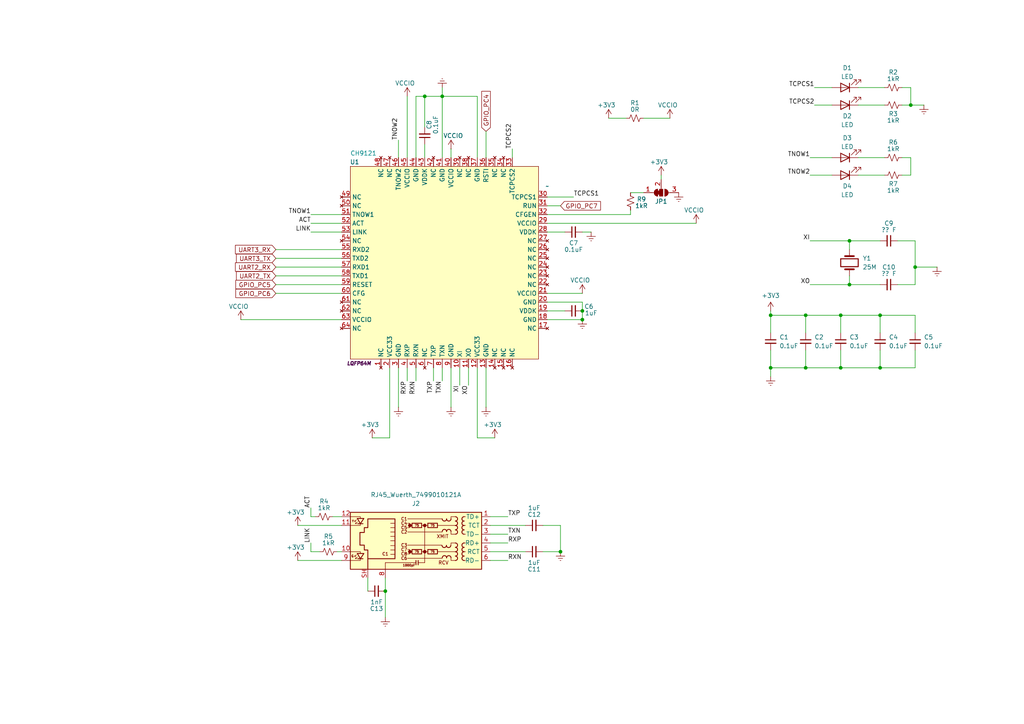
<source format=kicad_sch>
(kicad_sch (version 20231120) (generator "eeschema") (generator_version "8.0")
  (paper "A4")
  (lib_symbols
    (symbol "Connector:RJ45_Wuerth_7499010121A"
      (property "Reference" "J" (at 17.78 10.16 0))
      (property "Value" "RJ45_Wuerth_7499010121A" (at -6.35 10.16 0))
      (symbol "RJ45_Wuerth_7499010121A_0_0"
        (circle (center -1.27 -2.54) (radius 0.0001) (stroke (width 0.508)))
        (circle (center -1.27 5.08) (radius 0.0001) (stroke (width 0.508)))
        (polyline (pts (xy -1.27 5.08) (xy -1.27 -5.715)))
        (polyline (pts (xy 0.635 -5.08) (xy 0.635 -6.35)) (stroke (width 0.254)))
        (polyline (pts (xy 1.27 -5.08) (xy 1.27 -6.35)) (stroke (width 0.254)))
        (polyline (pts (xy 3.048 -2.54) (xy 2.54 -2.54)))
        (polyline (pts (xy 3.048 5.08) (xy 2.54 5.08)))
        (polyline (pts (xy 17.399 -3.048) (xy 17.399 -2.54) (xy 20.32 -2.54)))
        (polyline (pts (xy 17.399 7.112) (xy 17.399 7.62) (xy 20.32 7.62)))
        (polyline (pts (xy 20.32 -5.08) (xy 17.399 -5.08) (xy 17.399 -4.572)))
        (polyline (pts (xy 20.32 5.08) (xy 17.399 5.08) (xy 17.399 5.588)))
        (polyline (pts (xy 3.683 -1.905) (xy 3.048 -1.905) (xy 3.048 -3.175) (xy 3.683 -3.175)))
        (polyline (pts (xy 3.683 5.715) (xy 3.048 5.715) (xy 3.048 4.445) (xy 3.683 4.445)))
        (circle (center 3.048 -2.54) (radius 0.0001) (stroke (width 0.508)))
        (circle (center 3.048 5.08) (radius 0.0001) (stroke (width 0.508)))
        (text "C1" (at 4.699 6.985 0) (effects (font (size 0.889 0.889))))
        (text "C1" (at 10.16 -3.175 0) (effects (font (size 0.889 0.889))))
        (text "C2" (at 4.699 3.175 0) (effects (font (size 0.889 0.889))))
        (text "C3" (at 4.699 -0.635 0) (effects (font (size 0.889 0.889))))
        (text "C4" (at 4.699 5.715 0) (effects (font (size 0.889 0.889))))
        (text "C5" (at 4.699 4.445 0) (effects (font (size 0.889 0.889))))
        (text "C6" (at 4.699 -4.445 0) (effects (font (size 0.889 0.889))))
        (text "C7" (at 4.699 -1.905 0) (effects (font (size 0.889 0.889))))
        (text "C8" (at 4.699 -3.175 0) (effects (font (size 0.889 0.889))))
        (text "RCV" (at -8.255 -5.715 0) (effects (font (size 1.016 1.016)) (justify left)))
        (text "XMIT" (at -8.255 1.905 0) (effects (font (size 1.016 1.016)) (justify left)))
      )
      (symbol "RJ45_Wuerth_7499010121A_0_1"
        (rectangle (start -17.78 8.89) (end 20.32 -7.62) (stroke (width 0.254)) (fill (type background)))
        (polyline (pts (xy -12.7 -5.08) (xy -13.081 -5.08)))
        (polyline (pts (xy -12.7 -2.54) (xy -13.081 -2.54)))
        (polyline (pts (xy -12.7 0) (xy -13.081 0)))
        (polyline (pts (xy -12.7 2.54) (xy -13.081 2.54)))
        (polyline (pts (xy -12.7 5.08) (xy -13.081 5.08)))
        (polyline (pts (xy -12.7 7.62) (xy -13.081 7.62)))
        (polyline (pts (xy -6.35 -4.445) (xy 3.683 -4.445)))
        (polyline (pts (xy -6.35 3.175) (xy 3.683 3.175)))
        (polyline (pts (xy -6.35 6.985) (xy 3.683 6.985)))
        (polyline (pts (xy -6.223 -0.635) (xy 3.683 -0.635)))
        (polyline (pts (xy -5.08 -2.54) (xy -10.16 -2.54)))
        (polyline (pts (xy -4.953 5.08) (xy -10.16 5.08)))
        (polyline (pts (xy -2.159 -2.54) (xy -0.381 -2.54)))
        (polyline (pts (xy -2.159 5.08) (xy -0.381 5.08)))
        (polyline (pts (xy 0.635 -5.715) (xy -1.27 -5.715)))
        (polyline (pts (xy 7.366 -2.032) (xy 8.636 -2.032)))
        (polyline (pts (xy 7.366 -0.762) (xy 8.636 -0.762)))
        (polyline (pts (xy 7.366 0.635) (xy 8.636 0.635)))
        (polyline (pts (xy 7.366 1.905) (xy 8.636 1.905)))
        (polyline (pts (xy 7.366 3.175) (xy 8.636 3.175)))
        (polyline (pts (xy 8.636 -3.302) (xy 7.366 -3.302)))
        (polyline (pts (xy 8.636 4.445) (xy 7.366 4.445)))
        (polyline (pts (xy 8.636 5.715) (xy 7.366 5.715)))
        (polyline (pts (xy 10.16 -5.715) (xy 1.27 -5.715)))
        (polyline (pts (xy 10.16 -5.715) (xy 10.16 -7.62)))
        (polyline (pts (xy -10.16 0) (xy -8.89 0) (xy -8.89 -0.635)))
        (polyline (pts (xy -10.16 7.62) (xy -8.89 7.62) (xy -8.89 6.985)))
        (polyline (pts (xy -8.89 -4.445) (xy -8.89 -5.08) (xy -10.16 -5.08)))
        (polyline (pts (xy -8.89 3.175) (xy -8.89 2.54) (xy -10.16 2.54)))
      )
      (symbol "RJ45_Wuerth_7499010121A_1_0"
        (text "1000pF" (at 3.302 -6.477 0) (effects (font (size 0.635 0.635))))
      )
      (symbol "RJ45_Wuerth_7499010121A_1_1"
        (arc (start -12.7 -1.27) (mid -12.0677 -0.635) (end -12.7 0) (stroke (width 0.254)))
        (arc (start -12.6973 -5.08) (mid -12.065 -4.445) (end -12.6973 -3.81) (stroke (width 0.254)))
        (arc (start -12.6973 -3.81) (mid -12.065 -3.175) (end -12.6973 -2.54) (stroke (width 0.254)))
        (arc (start -12.6973 -2.54) (mid -12.065 -1.905) (end -12.6973 -1.27) (stroke (width 0.254)))
        (arc (start -12.6973 6.35) (mid -12.065 6.985) (end -12.6973 7.62) (stroke (width 0.254)))
        (arc (start -12.6946 2.54) (mid -12.0623 3.175) (end -12.6946 3.81) (stroke (width 0.254)))
        (arc (start -12.6946 3.81) (mid -12.0623 4.445) (end -12.6946 5.08) (stroke (width 0.254)))
        (arc (start -12.6946 5.08) (mid -12.0623 5.715) (end -12.6946 6.35) (stroke (width 0.254)))
        (arc (start -10.1654 -2.54) (mid -10.7977 -3.175) (end -10.1654 -3.81) (stroke (width 0.254)))
        (arc (start -10.1654 -1.27) (mid -10.7977 -1.905) (end -10.1654 -2.54) (stroke (width 0.254)))
        (arc (start -10.1654 0) (mid -10.7977 -0.635) (end -10.1654 -1.27) (stroke (width 0.254)))
        (arc (start -10.1654 5.08) (mid -10.7977 4.445) (end -10.1654 3.81) (stroke (width 0.254)))
        (arc (start -10.1654 6.35) (mid -10.7977 5.715) (end -10.1654 5.08) (stroke (width 0.254)))
        (arc (start -10.1654 7.62) (mid -10.7977 6.985) (end -10.1654 6.35) (stroke (width 0.254)))
        (arc (start -10.1627 -3.81) (mid -10.795 -4.445) (end -10.1627 -5.08) (stroke (width 0.254)))
        (arc (start -10.1627 3.81) (mid -10.795 3.175) (end -10.1627 2.54) (stroke (width 0.254)))
        (arc (start -8.89 6.9823) (mid -8.255 6.35) (end -7.62 6.9823) (stroke (width 0.254)))
        (arc (start -8.8265 -0.7012) (mid -8.1915 -1.3335) (end -7.5565 -0.7012) (stroke (width 0.254)))
        (arc (start -7.62 -4.3153) (mid -8.255 -3.683) (end -8.89 -4.3153) (stroke (width 0.254)))
        (arc (start -7.62 3.3047) (mid -8.255 3.937) (end -8.89 3.3047) (stroke (width 0.254)))
        (arc (start -7.62 6.985) (mid -6.985 6.3527) (end -6.35 6.985) (stroke (width 0.254)))
        (arc (start -7.5565 -0.6985) (mid -6.9215 -1.3308) (end -6.2865 -0.6985) (stroke (width 0.254)))
        (arc (start -6.35 -4.3126) (mid -6.985 -3.6803) (end -7.62 -4.3126) (stroke (width 0.254)))
        (arc (start -6.35 3.3074) (mid -6.985 3.9397) (end -7.62 3.3074) (stroke (width 0.254)))
        (rectangle (start -4.953 -1.905) (end -2.159 -3.175) (stroke (width 0.254)))
        (rectangle (start -4.953 5.715) (end -2.159 4.445) (stroke (width 0.254)))
        (rectangle (start -0.381 -1.905) (end 2.413 -3.175) (stroke (width 0.254)))
        (rectangle (start -0.381 5.715) (end 2.413 4.445) (stroke (width 0.254)))
        (polyline (pts (xy 15.24 -7.62) (xy 15.24 -4.572)) (stroke (width 0.254)))
        (polyline (pts (xy 18.161 -4.572) (xy 16.637 -4.572)) (stroke (width 0.254)))
        (polyline (pts (xy 18.161 5.588) (xy 16.637 5.588)) (stroke (width 0.254)))
        (polyline (pts (xy 18.796 -4.572) (xy 18.796 -4.318)))
        (polyline (pts (xy 18.796 5.588) (xy 18.796 5.842)))
        (polyline (pts (xy 19.05 -3.937) (xy 19.05 -3.683)))
        (polyline (pts (xy 19.05 6.223) (xy 19.05 6.477)))
        (polyline (pts (xy 18.288 -4.064) (xy 18.796 -4.572) (xy 18.542 -4.572)))
        (polyline (pts (xy 18.288 6.096) (xy 18.796 5.588) (xy 18.542 5.588)))
        (polyline (pts (xy 18.542 -3.429) (xy 19.05 -3.937) (xy 18.796 -3.937)))
        (polyline (pts (xy 18.542 6.731) (xy 19.05 6.223) (xy 18.796 6.223)))
        (polyline (pts (xy 18.288 -3.048) (xy 16.383 -3.048) (xy 17.399 -4.572) (xy 18.288 -3.048)) (stroke (width 0.254)))
        (polyline (pts (xy 18.288 7.112) (xy 16.383 7.112) (xy 17.399 5.588) (xy 18.288 7.112)) (stroke (width 0.254)))
        (polyline (pts (xy 7.366 -4.572) (xy 7.366 6.985) (xy 15.24 6.985) (xy 15.24 4.445) (xy 16.256 4.445) (xy 16.256 3.048) (xy 17.526 3.048) (xy 17.526 -0.635) (xy 16.256 -0.635) (xy 16.256 -2.032) (xy 15.24 -2.032) (xy 15.24 -4.572) (xy 7.366 -4.572)) (stroke (width 0.254)))
        (text "75" (at -3.556 -2.54 0) (effects (font (size 0.635 0.635))))
        (text "75" (at -3.556 5.08 0) (effects (font (size 0.635 0.635))))
        (text "75" (at 1.016 -2.54 0) (effects (font (size 0.635 0.635))))
        (text "75" (at 1.016 5.08 0) (effects (font (size 0.635 0.635))))
        (text "G" (at 19.685 -3.81 0) (effects (font (size 0.635 0.635))))
        (text "Y" (at 19.558 6.35 0) (effects (font (size 0.635 0.635))))
        (pin passive line (at -20.32 7.62 0) (length 2.54) (name "TD+") (number "1"))
        (pin passive line (at 22.86 -2.54 180) (length 2.54) (name "") (number "10"))
        (pin passive line (at 22.86 5.08 180) (length 2.54) (name "") (number "11"))
        (pin passive line (at 22.86 7.62 180) (length 2.54) (name "") (number "12"))
        (pin passive line (at -20.32 5.08 0) (length 2.54) (name "TCT") (number "2"))
        (pin passive line (at -20.32 2.54 0) (length 2.54) (name "TD-") (number "3"))
        (pin passive line (at -20.32 0 0) (length 2.54) (name "RD+") (number "4"))
        (pin passive line (at -20.32 -2.54 0) (length 2.54) (name "RCT") (number "5"))
        (pin passive line (at -20.32 -5.08 0) (length 2.54) (name "RD-") (number "6"))
        (pin no_connect line (at 20.32 0 0) (length 0) hide (name "NC") (number "7"))
        (pin power_in line (at 10.16 -10.16 90) (length 2.54) (name "") (number "8"))
        (pin passive line (at 22.86 -5.08 180) (length 2.54) (name "") (number "9"))
        (pin passive line (at 15.24 -10.16 90) (length 2.54) (name "") (number "SH"))
      )
    )
    (symbol "Device:C_Small" (pin_numbers hide) (pin_names (offset 0.254) hide)
      (property "Reference" "C" (at 0.254 1.778 0))
      (property "Value" "C_Small" (at 0.254 -2.032 0))
      (symbol "C_Small_0_1"
        (polyline (pts (xy -1.524 -0.508) (xy 1.524 -0.508)) (stroke (width 0.3302)))
        (polyline (pts (xy -1.524 0.508) (xy 1.524 0.508)) (stroke (width 0.3048)))
      )
      (symbol "C_Small_1_1"
        (pin passive line (at 0 2.54 270) (length 2.032) (name "~") (number "1"))
        (pin passive line (at 0 -2.54 90) (length 2.032) (name "~") (number "2"))
      )
    )
    (symbol "Device:Crystal" (pin_numbers hide) (pin_names (offset 1.016) hide)
      (property "Reference" "Y" (at 0 3.81 0))
      (property "Value" "Crystal" (at 0 -3.81 0))
      (symbol "Crystal_0_1"
        (rectangle (start -1.143 2.54) (end 1.143 -2.54) (stroke (width 0.3048)))
        (polyline (pts (xy -2.54 0) (xy -1.905 0)))
        (polyline (pts (xy -1.905 -1.27) (xy -1.905 1.27)) (stroke (width 0.508)))
        (polyline (pts (xy 1.905 -1.27) (xy 1.905 1.27)) (stroke (width 0.508)))
        (polyline (pts (xy 2.54 0) (xy 1.905 0)))
      )
      (symbol "Crystal_1_1"
        (pin passive line (at -3.81 0 0) (length 1.27) (name "1") (number "1"))
        (pin passive line (at 3.81 0 180) (length 1.27) (name "2") (number "2"))
      )
    )
    (symbol "Device:LED" (pin_numbers hide) (pin_names (offset 1.016) hide)
      (property "Reference" "D" (at 0 2.54 0))
      (property "Value" "LED" (at 0 -2.54 0))
      (symbol "LED_0_1"
        (polyline (pts (xy -1.27 -1.27) (xy -1.27 1.27)) (stroke (width 0.254)))
        (polyline (pts (xy -1.27 0) (xy 1.27 0)))
        (polyline (pts (xy 1.27 -1.27) (xy 1.27 1.27) (xy -1.27 0) (xy 1.27 -1.27)) (stroke (width 0.254)))
        (polyline (pts (xy -3.048 -0.762) (xy -4.572 -2.286) (xy -3.81 -2.286) (xy -4.572 -2.286) (xy -4.572 -1.524)))
        (polyline (pts (xy -1.778 -0.762) (xy -3.302 -2.286) (xy -2.54 -2.286) (xy -3.302 -2.286) (xy -3.302 -1.524)))
      )
      (symbol "LED_1_1"
        (pin passive line (at -3.81 0 0) (length 2.54) (name "K") (number "1"))
        (pin passive line (at 3.81 0 180) (length 2.54) (name "A") (number "2"))
      )
    )
    (symbol "Device:R_Small_US" (pin_numbers hide) (pin_names (offset 0.254) hide)
      (property "Reference" "R" (at 0.762 0.508 0))
      (property "Value" "R_Small_US" (at 0.762 -1.016 0))
      (symbol "R_Small_US_1_1"
        (polyline (pts (xy 0 0) (xy 1.016 -0.381) (xy 0 -0.762) (xy -1.016 -1.143) (xy 0 -1.524)))
        (polyline (pts (xy 0 1.524) (xy 1.016 1.143) (xy 0 0.762) (xy -1.016 0.381) (xy 0 0)))
        (pin passive line (at 0 2.54 270) (length 1.016) (name "~") (number "1"))
        (pin passive line (at 0 -2.54 90) (length 1.016) (name "~") (number "2"))
      )
    )
    (symbol "Jumper:SolderJumper_3_Bridged12" (pin_names (offset 0) hide) (exclude_from_sim yes) (in_bom no)
      (property "Reference" "JP" (at -2.54 -2.54 0))
      (property "Value" "SolderJumper_3_Bridged12" (at 0 2.794 0))
      (symbol "SolderJumper_3_Bridged12_0_1"
        (rectangle (start -1.016 0.508) (end -0.508 -0.508) (fill (type outline)))
        (arc (start -1.016 1.016) (mid -2.0276 0) (end -1.016 -1.016))
        (arc (start -1.016 1.016) (mid -2.0276 0) (end -1.016 -1.016) (fill (type outline)))
        (rectangle (start -0.508 1.016) (end 0.508 -1.016) (fill (type outline)))
        (polyline (pts (xy -2.54 0) (xy -2.032 0)))
        (polyline (pts (xy -1.016 1.016) (xy -1.016 -1.016)))
        (polyline (pts (xy 0 -1.27) (xy 0 -1.016)))
        (polyline (pts (xy 1.016 1.016) (xy 1.016 -1.016)))
        (polyline (pts (xy 2.54 0) (xy 2.032 0)))
        (arc (start 1.016 -1.016) (mid 2.0276 0) (end 1.016 1.016))
        (arc (start 1.016 -1.016) (mid 2.0276 0) (end 1.016 1.016) (fill (type outline)))
      )
      (symbol "SolderJumper_3_Bridged12_1_1"
        (pin passive line (at -5.08 0 0) (length 2.54) (name "A") (number "1"))
        (pin passive line (at 0 -3.81 90) (length 2.54) (name "C") (number "2"))
        (pin passive line (at 5.08 0 180) (length 2.54) (name "B") (number "3"))
      )
    )
    (symbol "jshep:CH9121A"
      (property "Reference" "U?" (at 1.27 1.27 0))
      (symbol "CH9121A_1_1"
        (rectangle (start 0 0) (end 54.61 -55.88) (fill (type background)))
        (text "CH9121" (at 0 3.81 0) (effects (font (size 1.27 1.27) (thickness 0.1588)) (justify left)))
        (text "LQFP64M" (at 2.54 -57.15 0) (effects (font (size 1.016 1.016) (thickness 0.254) (bold yes) (italic yes))))
        (pin no_connect line (at 8.89 -58.42 90) (length 2.54) (name "NC") (number "1"))
        (pin input line (at 31.75 -58.42 90) (length 2.54) (name "XI") (number "10"))
        (pin output line (at 34.29 -58.42 90) (length 2.54) (name "XO") (number "11"))
        (pin power_in line (at 36.83 -58.42 90) (length 2.54) (name "VCC33") (number "12"))
        (pin power_in line (at 39.37 -58.42 90) (length 2.54) (name "GND") (number "13"))
        (pin no_connect line (at 41.91 -58.42 90) (length 2.54) (name "NC") (number "14"))
        (pin no_connect line (at 44.45 -58.42 90) (length 2.54) (name "NC") (number "15"))
        (pin no_connect line (at 46.99 -58.42 90) (length 2.54) (name "NC") (number "16"))
        (pin no_connect line (at 57.15 -46.99 180) (length 2.54) (name "NC") (number "17"))
        (pin power_in line (at 57.15 -44.45 180) (length 2.54) (name "GND") (number "18"))
        (pin power_in line (at 57.15 -41.91 180) (length 2.54) (name "VDDK") (number "19"))
        (pin power_in line (at 11.43 -58.42 90) (length 2.54) (name "VCC33") (number "2"))
        (pin power_in line (at 57.15 -39.37 180) (length 2.54) (name "GND") (number "20"))
        (pin power_in line (at 57.15 -36.83 180) (length 2.54) (name "VCCIO") (number "21"))
        (pin no_connect line (at 57.15 -34.29 180) (length 2.54) (name "NC") (number "22"))
        (pin no_connect line (at 57.15 -31.75 180) (length 2.54) (name "NC") (number "23"))
        (pin no_connect line (at 57.15 -29.21 180) (length 2.54) (name "NC") (number "24"))
        (pin no_connect line (at 57.15 -26.67 180) (length 2.54) (name "NC") (number "25"))
        (pin no_connect line (at 57.15 -24.13 180) (length 2.54) (name "NC") (number "26"))
        (pin no_connect line (at 57.15 -21.59 180) (length 2.54) (name "NC") (number "27"))
        (pin power_in line (at 57.15 -19.05 180) (length 2.54) (name "VDDK") (number "28"))
        (pin power_in line (at 57.15 -16.51 180) (length 2.54) (name "VCCIO") (number "29"))
        (pin power_in line (at 13.97 -58.42 90) (length 2.54) (name "GND") (number "3"))
        (pin output line (at 57.15 -8.89 180) (length 2.54) (name "TCPCS1") (number "30"))
        (pin output line (at 57.15 -11.43 180) (length 2.54) (name "RUN") (number "31"))
        (pin input line (at 57.15 -13.97 180) (length 2.54) (name "CFGEN") (number "32"))
        (pin output line (at 46.99 2.54 270) (length 2.54) (name "TCPCS2") (number "33"))
        (pin no_connect line (at 44.45 2.54 270) (length 2.54) (name "NC") (number "34"))
        (pin no_connect line (at 41.91 2.54 270) (length 2.54) (name "NC") (number "35"))
        (pin input line (at 39.37 2.54 270) (length 2.54) (name "RSTI") (number "36"))
        (pin power_in line (at 36.83 2.54 270) (length 2.54) (name "GND") (number "37"))
        (pin no_connect line (at 34.29 2.54 270) (length 2.54) (name "NC") (number "38"))
        (pin no_connect line (at 31.75 2.54 270) (length 2.54) (name "NC") (number "39"))
        (pin bidirectional line (at 16.51 -58.42 90) (length 2.54) (name "RXP") (number "4"))
        (pin power_in line (at 29.21 2.54 270) (length 2.54) (name "VCCIO") (number "40"))
        (pin power_in line (at 26.67 2.54 270) (length 2.54) (name "GND") (number "41"))
        (pin no_connect line (at 24.13 2.54 270) (length 2.54) (name "NC") (number "42"))
        (pin power_in line (at 21.59 2.54 270) (length 2.54) (name "VDDK") (number "43"))
        (pin power_in line (at 19.05 2.54 270) (length 2.54) (name "GND") (number "44"))
        (pin power_in line (at 16.51 2.54 270) (length 2.54) (name "VCCIO") (number "45"))
        (pin output line (at 13.97 2.54 270) (length 2.54) (name "TNOW2") (number "46"))
        (pin no_connect line (at 11.43 2.54 270) (length 2.54) (name "NC") (number "47"))
        (pin no_connect line (at 8.89 2.54 270) (length 2.54) (name "NC") (number "48"))
        (pin no_connect line (at -2.54 -8.89 0) (length 2.54) (name "NC") (number "49"))
        (pin bidirectional line (at 19.05 -58.42 90) (length 2.54) (name "RXN") (number "5"))
        (pin no_connect line (at -2.54 -11.43 0) (length 2.54) (name "NC") (number "50"))
        (pin output line (at -2.54 -13.97 0) (length 2.54) (name "TNOW1") (number "51"))
        (pin output line (at -2.54 -16.51 0) (length 2.54) (name "ACT") (number "52"))
        (pin output line (at -2.54 -19.05 0) (length 2.54) (name "LINK") (number "53"))
        (pin no_connect line (at -2.54 -21.59 0) (length 2.54) (name "NC") (number "54"))
        (pin input line (at -2.54 -24.13 0) (length 2.54) (name "RXD2") (number "55"))
        (pin output line (at -2.54 -26.67 0) (length 2.54) (name "TXD2") (number "56"))
        (pin input line (at -2.54 -29.21 0) (length 2.54) (name "RXD1") (number "57"))
        (pin output line (at -2.54 -31.75 0) (length 2.54) (name "TXD1") (number "58"))
        (pin input line (at -2.54 -34.29 0) (length 2.54) (name "RESET") (number "59"))
        (pin no_connect line (at 21.59 -58.42 90) (length 2.54) (name "NC") (number "6"))
        (pin input line (at -2.54 -36.83 0) (length 2.54) (name "CFG") (number "60"))
        (pin no_connect line (at -2.54 -39.37 0) (length 2.54) (name "NC") (number "61"))
        (pin no_connect line (at -2.54 -41.91 0) (length 2.54) (name "NC") (number "62"))
        (pin power_in line (at -2.54 -44.45 0) (length 2.54) (name "VCCIO") (number "63"))
        (pin no_connect line (at -2.54 -46.99 0) (length 2.54) (name "NC") (number "64"))
        (pin bidirectional line (at 24.13 -58.42 90) (length 2.54) (name "TXP") (number "7"))
        (pin bidirectional line (at 26.67 -58.42 90) (length 2.54) (name "TXN") (number "8"))
        (pin power_in line (at 29.21 -58.42 90) (length 2.54) (name "GND") (number "9"))
      )
    )
    (symbol "power:+3V3" (power) (pin_numbers hide) (pin_names (offset 0) hide)
      (property "Value" "+3V3" (at 0 3.556 0))
      (symbol "+3V3_0_1"
        (polyline (pts (xy -0.762 1.27) (xy 0 2.54)))
        (polyline (pts (xy 0 0) (xy 0 2.54)))
        (polyline (pts (xy 0 2.54) (xy 0.762 1.27)))
      )
      (symbol "+3V3_1_1"
        (pin power_in line (at 0 0 90) (length 0) (name "~") (number "1"))
      )
    )
    (symbol "power:GNDREF" (power) (pin_numbers hide) (pin_names (offset 0) hide)
      (property "Value" "GNDREF" (at 0 -3.81 0))
      (symbol "GNDREF_0_1"
        (polyline (pts (xy -0.635 -1.905) (xy 0.635 -1.905)))
        (polyline (pts (xy -0.127 -2.54) (xy 0.127 -2.54)))
        (polyline (pts (xy 0 -1.27) (xy 0 0)))
        (polyline (pts (xy 1.27 -1.27) (xy -1.27 -1.27)))
      )
      (symbol "GNDREF_1_1"
        (pin power_in line (at 0 0 270) (length 0) (name "~") (number "1"))
      )
    )
  )
  (junction (at 265.43 77.47))
  (junction (at 246.38 69.85))
  (junction (at 243.84 106.68))
  (junction (at 264.16 30.48))
  (junction (at 162.56 160.02))
  (junction (at 233.68 106.68))
  (junction (at 223.52 106.68))
  (junction (at 233.68 91.44))
  (junction (at 255.27 106.68))
  (junction (at 128.27 27.94))
  (junction (at 255.27 91.44))
  (junction (at 168.91 92.71))
  (junction (at 243.84 91.44))
  (junction (at 246.38 82.55))
  (junction (at 168.91 90.17))
  (junction (at 111.76 171.45))
  (junction (at 123.19 27.94))
  (junction (at 223.52 91.44))
  (wire (pts (xy 243.84 106.68) (xy 233.68 106.68)))
  (wire (pts (xy 158.75 64.77) (xy 201.93 64.77)))
  (wire (pts (xy 265.43 82.55) (xy 260.35 82.55)))
  (wire (pts (xy 158.75 87.63) (xy 168.91 87.63)))
  (wire (pts (xy 246.38 80.01) (xy 246.38 82.55)))
  (wire (pts (xy 138.43 127) (xy 143.51 127)))
  (wire (pts (xy 248.92 30.48) (xy 256.54 30.48)))
  (wire (pts (xy 142.24 157.48) (xy 147.32 157.48)))
  (wire (pts (xy 91.44 149.86) (xy 90.17 149.86)))
  (wire (pts (xy 142.24 162.56) (xy 147.32 162.56)))
  (wire (pts (xy 142.24 154.94) (xy 147.32 154.94)))
  (wire (pts (xy 90.17 64.77) (xy 99.06 64.77)))
  (wire (pts (xy 158.75 92.71) (xy 168.91 92.71)))
  (wire (pts (xy 246.38 69.85) (xy 255.27 69.85)))
  (wire (pts (xy 92.71 160.02) (xy 90.17 160.02)))
  (wire (pts (xy 135.89 111.76) (xy 135.89 106.68)))
  (wire (pts (xy 168.91 67.31) (xy 171.45 67.31)))
  (wire (pts (xy 265.43 77.47) (xy 265.43 82.55)))
  (wire (pts (xy 246.38 82.55) (xy 255.27 82.55)))
  (wire (pts (xy 80.01 85.09) (xy 99.06 85.09)))
  (wire (pts (xy 182.88 62.23) (xy 158.75 62.23)))
  (wire (pts (xy 80.01 80.01) (xy 99.06 80.01)))
  (wire (pts (xy 120.65 110.49) (xy 120.65 106.68)))
  (wire (pts (xy 191.77 50.8) (xy 191.77 52.07)))
  (wire (pts (xy 243.84 101.6) (xy 243.84 106.68)))
  (wire (pts (xy 248.92 50.8) (xy 256.54 50.8)))
  (wire (pts (xy 255.27 106.68) (xy 243.84 106.68)))
  (wire (pts (xy 248.92 25.4) (xy 256.54 25.4)))
  (wire (pts (xy 162.56 152.4) (xy 157.48 152.4)))
  (wire (pts (xy 265.43 91.44) (xy 255.27 91.44)))
  (wire (pts (xy 128.27 27.94) (xy 128.27 45.72)))
  (wire (pts (xy 69.85 92.71) (xy 99.06 92.71)))
  (wire (pts (xy 148.59 43.18) (xy 148.59 45.72)))
  (wire (pts (xy 128.27 25.4) (xy 128.27 27.94)))
  (wire (pts (xy 90.17 62.23) (xy 99.06 62.23)))
  (wire (pts (xy 142.24 149.86) (xy 147.32 149.86)))
  (wire (pts (xy 138.43 45.72) (xy 138.43 27.94)))
  (wire (pts (xy 86.36 162.56) (xy 99.06 162.56)))
  (wire (pts (xy 233.68 91.44) (xy 223.52 91.44)))
  (wire (pts (xy 162.56 160.02) (xy 157.48 160.02)))
  (wire (pts (xy 234.95 45.72) (xy 241.3 45.72)))
  (wire (pts (xy 142.24 160.02) (xy 152.4 160.02)))
  (wire (pts (xy 130.81 106.68) (xy 130.81 118.11)))
  (wire (pts (xy 223.52 101.6) (xy 223.52 106.68)))
  (wire (pts (xy 166.37 57.15) (xy 158.75 57.15)))
  (wire (pts (xy 106.68 167.64) (xy 106.68 171.45)))
  (wire (pts (xy 223.52 91.44) (xy 223.52 96.52)))
  (wire (pts (xy 264.16 25.4) (xy 261.62 25.4)))
  (wire (pts (xy 248.92 45.72) (xy 256.54 45.72)))
  (wire (pts (xy 118.11 110.49) (xy 118.11 106.68)))
  (wire (pts (xy 265.43 69.85) (xy 260.35 69.85)))
  (wire (pts (xy 128.27 27.94) (xy 123.19 27.94)))
  (wire (pts (xy 113.03 127) (xy 113.03 106.68)))
  (wire (pts (xy 118.11 27.94) (xy 118.11 45.72)))
  (wire (pts (xy 267.97 30.48) (xy 264.16 30.48)))
  (wire (pts (xy 123.19 41.91) (xy 123.19 45.72)))
  (wire (pts (xy 168.91 90.17) (xy 168.91 92.71)))
  (wire (pts (xy 186.69 34.29) (xy 194.31 34.29)))
  (wire (pts (xy 168.91 87.63) (xy 168.91 90.17)))
  (wire (pts (xy 264.16 50.8) (xy 261.62 50.8)))
  (wire (pts (xy 234.95 82.55) (xy 246.38 82.55)))
  (wire (pts (xy 233.68 106.68) (xy 223.52 106.68)))
  (wire (pts (xy 255.27 101.6) (xy 255.27 106.68)))
  (wire (pts (xy 223.52 109.22) (xy 223.52 106.68)))
  (wire (pts (xy 111.76 171.45) (xy 111.76 167.64)))
  (wire (pts (xy 265.43 69.85) (xy 265.43 77.47)))
  (wire (pts (xy 125.73 110.49) (xy 125.73 106.68)))
  (wire (pts (xy 236.22 30.48) (xy 241.3 30.48)))
  (wire (pts (xy 115.57 40.64) (xy 115.57 45.72)))
  (wire (pts (xy 243.84 91.44) (xy 233.68 91.44)))
  (wire (pts (xy 138.43 106.68) (xy 138.43 127)))
  (wire (pts (xy 158.75 67.31) (xy 163.83 67.31)))
  (wire (pts (xy 123.19 27.94) (xy 123.19 36.83)))
  (wire (pts (xy 234.95 50.8) (xy 241.3 50.8)))
  (wire (pts (xy 265.43 101.6) (xy 265.43 106.68)))
  (wire (pts (xy 120.65 45.72) (xy 120.65 27.94)))
  (wire (pts (xy 128.27 110.49) (xy 128.27 106.68)))
  (wire (pts (xy 246.38 72.39) (xy 246.38 69.85)))
  (wire (pts (xy 107.95 127) (xy 113.03 127)))
  (wire (pts (xy 182.88 60.96) (xy 182.88 62.23)))
  (wire (pts (xy 97.79 160.02) (xy 99.06 160.02)))
  (wire (pts (xy 140.97 106.68) (xy 140.97 118.11)))
  (wire (pts (xy 265.43 106.68) (xy 255.27 106.68)))
  (wire (pts (xy 90.17 160.02) (xy 90.17 157.48)))
  (wire (pts (xy 233.68 96.52) (xy 233.68 91.44)))
  (wire (pts (xy 96.52 149.86) (xy 99.06 149.86)))
  (wire (pts (xy 264.16 45.72) (xy 264.16 50.8)))
  (wire (pts (xy 182.88 55.88) (xy 186.69 55.88)))
  (wire (pts (xy 255.27 96.52) (xy 255.27 91.44)))
  (wire (pts (xy 234.95 69.85) (xy 246.38 69.85)))
  (wire (pts (xy 90.17 149.86) (xy 90.17 147.32)))
  (wire (pts (xy 80.01 82.55) (xy 99.06 82.55)))
  (wire (pts (xy 130.81 43.18) (xy 130.81 45.72)))
  (wire (pts (xy 162.56 59.69) (xy 158.75 59.69)))
  (wire (pts (xy 80.01 77.47) (xy 99.06 77.47)))
  (wire (pts (xy 140.97 38.1) (xy 140.97 45.72)))
  (wire (pts (xy 264.16 30.48) (xy 261.62 30.48)))
  (wire (pts (xy 264.16 45.72) (xy 261.62 45.72)))
  (wire (pts (xy 138.43 27.94) (xy 128.27 27.94)))
  (wire (pts (xy 158.75 85.09) (xy 168.91 85.09)))
  (wire (pts (xy 243.84 96.52) (xy 243.84 91.44)))
  (wire (pts (xy 80.01 74.93) (xy 99.06 74.93)))
  (wire (pts (xy 162.56 160.02) (xy 162.56 152.4)))
  (wire (pts (xy 133.35 111.76) (xy 133.35 106.68)))
  (wire (pts (xy 265.43 96.52) (xy 265.43 91.44)))
  (wire (pts (xy 264.16 25.4) (xy 264.16 30.48)))
  (wire (pts (xy 142.24 152.4) (xy 152.4 152.4)))
  (wire (pts (xy 86.36 152.4) (xy 99.06 152.4)))
  (wire (pts (xy 236.22 25.4) (xy 241.3 25.4)))
  (wire (pts (xy 223.52 90.17) (xy 223.52 91.44)))
  (wire (pts (xy 158.75 90.17) (xy 163.83 90.17)))
  (wire (pts (xy 111.76 179.07) (xy 111.76 171.45)))
  (wire (pts (xy 233.68 101.6) (xy 233.68 106.68)))
  (wire (pts (xy 255.27 91.44) (xy 243.84 91.44)))
  (wire (pts (xy 176.53 34.29) (xy 181.61 34.29)))
  (wire (pts (xy 80.01 72.39) (xy 99.06 72.39)))
  (wire (pts (xy 90.17 67.31) (xy 99.06 67.31)))
  (wire (pts (xy 265.43 77.47) (xy 271.78 77.47)))
  (wire (pts (xy 120.65 27.94) (xy 123.19 27.94)))
  (wire (pts (xy 115.57 106.68) (xy 115.57 118.11)))
  (label "TCPCS1" (at 236.22 25.4 180))
  (label "TCPCS2" (at 236.22 30.48 180))
  (label "TXP" (at 125.73 110.49 270))
  (label "XI" (at 234.95 69.85 180))
  (label "TXP" (at 147.32 149.86 0))
  (label "ACT" (at 90.17 147.32 90))
  (label "LINK" (at 90.17 157.48 90))
  (label "TCPCS2" (at 148.59 43.18 90))
  (label "XO" (at 135.89 111.76 270))
  (label "TNOW2" (at 234.95 50.8 180))
  (label "RXN" (at 120.65 110.49 270))
  (label "XO" (at 234.95 82.55 180))
  (label "TXN" (at 128.27 110.49 270))
  (label "XI" (at 133.35 111.76 270))
  (label "RXN" (at 147.32 162.56 0))
  (label "TNOW1" (at 90.17 62.23 180))
  (label "RXP" (at 147.32 157.48 0))
  (label "LINK" (at 90.17 67.31 180))
  (label "RXP" (at 118.11 110.49 270))
  (label "TNOW1" (at 234.95 45.72 180))
  (label "TNOW2" (at 115.57 40.64 90))
  (label "TCPCS1" (at 166.37 57.15 0))
  (label "ACT" (at 90.17 64.77 180))
  (label "TXN" (at 147.32 154.94 0))
  (global_label "UART3_RX" (shape input) (at 80.01 72.39 180) (property "Intersheetrefs" "${INTERSHEET_REFS}" (effects (hide yes))))
  (global_label "UART2_TX" (shape input) (at 80.01 80.01 180) (property "Intersheetrefs" "${INTERSHEET_REFS}" (effects (hide yes))))
  (global_label "GPIO_PC4" (shape input) (at 140.97 38.1 90) (property "Intersheetrefs" "${INTERSHEET_REFS}" (effects (hide yes))))
  (global_label "GPIO_PC7" (shape input) (at 162.56 59.69 0) (property "Intersheetrefs" "${INTERSHEET_REFS}" (effects (hide yes))))
  (global_label "GPIO_PC6" (shape input) (at 80.01 85.09 180) (property "Intersheetrefs" "${INTERSHEET_REFS}" (effects (hide yes))))
  (global_label "UART2_RX" (shape input) (at 80.01 77.47 180) (property "Intersheetrefs" "${INTERSHEET_REFS}" (effects (hide yes))))
  (global_label "GPIO_PC5" (shape input) (at 80.01 82.55 180) (property "Intersheetrefs" "${INTERSHEET_REFS}" (effects (hide yes))))
  (global_label "UART3_TX" (shape input) (at 80.01 74.93 180) (property "Intersheetrefs" "${INTERSHEET_REFS}" (effects (hide yes))))
  (symbol (lib_id "Device:C_Small") (at 154.94 160.02 90) (mirror x) (unit 1)
    (property "Reference" "C11" (at 154.94 165.1 90))
    (property "Value" "1uF" (at 154.94 163.195 90))
    (property "Description" "Unpolarized capacitor, small symbol" (effects (hide yes)))
  )
  (symbol (lib_id "Device:C_Small") (at 109.22 171.45 90) (mirror x) (unit 1)
    (property "Reference" "C13" (at 109.22 176.53 90))
    (property "Value" "1nF" (at 109.22 174.625 90))
    (property "Description" "Unpolarized capacitor, small symbol" (effects (hide yes)))
  )
  (symbol (lib_id "Device:LED") (at 245.11 50.8 180) (unit 1)
    (property "Reference" "D4" (at 245.745 53.975 0))
    (property "Value" "LED" (at 245.745 56.515 0))
    (property "Description" "Light emitting diode" (effects (hide yes)))
  )
  (symbol (lib_id "Device:C_Small") (at 243.84 99.06 0) (unit 1)
    (property "Reference" "C3" (at 246.38 97.7962 0) (effects (justify left)))
    (property "Value" "0.1uF" (at 246.38 100.3362 0) (effects (justify left)))
    (property "Description" "Unpolarized capacitor, small symbol" (effects (hide yes)))
  )
  (symbol (lib_id "Device:C_Small") (at 257.81 69.85 270) (unit 1)
    (property "Reference" "C9" (at 257.81 64.77 90))
    (property "Value" "?? F" (at 257.81 66.675 90))
    (property "Description" "Unpolarized capacitor, small symbol" (effects (hide yes)))
  )
  (symbol (lib_id "power:GNDREF") (at 128.27 25.4 180) (unit 1)
    (property "Reference" "#PWR07" (effects (hide yes)))
    (property "Value" "GND" (effects (hide yes)))
    (property "Description" "Power symbol creates a global label with name \"GNDREF\" , reference supply ground" (effects (hide yes)))
  )
  (symbol (lib_id "Device:C_Small") (at 154.94 152.4 90) (mirror x) (unit 1)
    (property "Reference" "C12" (at 154.94 149.225 90))
    (property "Value" "1uF" (at 154.94 147.32 90))
    (property "Description" "Unpolarized capacitor, small symbol" (effects (hide yes)))
  )
  (symbol (lib_id "Device:R_Small_US") (at 259.08 30.48 90) (unit 1)
    (property "Reference" "R3" (at 259.08 33.02 90))
    (property "Value" "1kR" (at 259.08 34.925 90))
    (property "Description" "Resistor, small US symbol" (effects (hide yes)))
  )
  (symbol (lib_id "power:+3V3") (at 118.11 27.94 0) (unit 1)
    (property "Reference" "#PWR09" (effects (hide yes)))
    (property "Value" "VCCIO" (at 117.475 24.13 0))
    (property "Description" "Power symbol creates a global label with name \"+3V3\"" (effects (hide yes)))
  )
  (symbol (lib_id "Device:R_Small_US") (at 93.98 149.86 90) (unit 1)
    (property "Reference" "R4" (at 93.98 145.415 90))
    (property "Value" "1kR" (at 93.98 147.32 90))
    (property "Description" "Resistor, small US symbol" (effects (hide yes)))
  )
  (symbol (lib_id "Device:LED") (at 245.11 30.48 180) (unit 1)
    (property "Reference" "D2" (at 245.745 33.655 0))
    (property "Value" "LED" (at 245.745 36.195 0))
    (property "Description" "Light emitting diode" (effects (hide yes)))
  )
  (symbol (lib_id "jshep:CH9121A") (at 101.6 48.26 0) (unit 1)
    (property "Reference" "U1" (at 102.87 46.99 0))
    (property "Value" "~" (at 158.75 54.0065 0))
  )
  (symbol (lib_id "Device:R_Small_US") (at 259.08 50.8 90) (unit 1)
    (property "Reference" "R7" (at 259.08 53.34 90))
    (property "Value" "1kR" (at 259.08 55.245 90))
    (property "Description" "Resistor, small US symbol" (effects (hide yes)))
  )
  (symbol (lib_id "power:+3V3") (at 191.77 50.8 0) (unit 1)
    (property "Reference" "#PWR022" (effects (hide yes)))
    (property "Value" "+3V3" (at 191.135 46.99 0))
    (property "Description" "Power symbol creates a global label with name \"+3V3\"" (effects (hide yes)))
  )
  (symbol (lib_id "power:GNDREF") (at 223.52 109.22 0) (unit 1)
    (property "Reference" "#PWR02" (effects (hide yes)))
    (property "Value" "GND" (effects (hide yes)))
    (property "Description" "Power symbol creates a global label with name \"GNDREF\" , reference supply ground" (effects (hide yes)))
  )
  (symbol (lib_id "Device:Crystal") (at 246.38 76.2 90) (unit 1)
    (property "Reference" "Y1" (at 250.19 74.9299 90) (effects (justify right)))
    (property "Value" "25M" (at 250.19 77.4699 90) (effects (justify right)))
    (property "Description" "Two pin crystal" (effects (hide yes)))
  )
  (symbol (lib_id "power:+3V3") (at 86.36 152.4 0) (unit 1)
    (property "Reference" "#PWR015" (effects (hide yes)))
    (property "Value" "+3V3" (at 85.725 148.59 0))
    (property "Description" "Power symbol creates a global label with name \"+3V3\"" (effects (hide yes)))
  )
  (symbol (lib_id "Device:R_Small_US") (at 184.15 34.29 90) (unit 1)
    (property "Reference" "R1" (at 184.15 29.845 90))
    (property "Value" "0R" (at 184.15 31.75 90))
    (property "Description" "Resistor, small US symbol" (effects (hide yes)))
  )
  (symbol (lib_id "power:GNDREF") (at 171.45 67.31 0) (unit 1)
    (property "Reference" "#PWR06" (effects (hide yes)))
    (property "Value" "GND" (effects (hide yes)))
    (property "Description" "Power symbol creates a global label with name \"GNDREF\" , reference supply ground" (effects (hide yes)))
  )
  (symbol (lib_id "power:GNDREF") (at 111.76 179.07 0) (mirror y) (unit 1)
    (property "Reference" "#PWR025" (effects (hide yes)))
    (property "Value" "GND" (effects (hide yes)))
    (property "Description" "Power symbol creates a global label with name \"GNDREF\" , reference supply ground" (effects (hide yes)))
  )
  (symbol (lib_id "Device:R_Small_US") (at 95.25 160.02 90) (unit 1)
    (property "Reference" "R5" (at 95.25 155.575 90))
    (property "Value" "1kR" (at 95.25 157.48 90))
    (property "Description" "Resistor, small US symbol" (effects (hide yes)))
  )
  (symbol (lib_id "Device:C_Small") (at 233.68 99.06 0) (unit 1)
    (property "Reference" "C2" (at 236.22 97.7962 0) (effects (justify left)))
    (property "Value" "0.1uF" (at 236.22 100.3362 0) (effects (justify left)))
    (property "Description" "Unpolarized capacitor, small symbol" (effects (hide yes)))
  )
  (symbol (lib_id "Jumper:SolderJumper_3_Bridged12") (at 191.77 55.88 0) (mirror x) (unit 1) (exclude_from_sim yes) (in_bom no)
    (property "Reference" "JP1" (at 191.77 58.42 0))
    (property "Value" "SolderJumper_3_Bridged12" (effects (hide yes)))
    (property "Description" "3-pole Solder Jumper, pins 1+2 closed/bridged" (effects (hide yes)))
  )
  (symbol (lib_id "power:GNDREF") (at 162.56 160.02 0) (mirror y) (unit 1)
    (property "Reference" "#PWR024" (effects (hide yes)))
    (property "Value" "GND" (effects (hide yes)))
    (property "Description" "Power symbol creates a global label with name \"GNDREF\" , reference supply ground" (effects (hide yes)))
  )
  (symbol (lib_id "power:+3V3") (at 223.52 90.17 0) (unit 1)
    (property "Reference" "#PWR01" (effects (hide yes)))
    (property "Value" "+3V3" (at 223.52 85.725 0))
    (property "Description" "Power symbol creates a global label with name \"+3V3\"" (effects (hide yes)))
  )
  (symbol (lib_id "power:GNDREF") (at 267.97 30.48 0) (unit 1)
    (property "Reference" "#PWR021" (effects (hide yes)))
    (property "Value" "GND" (effects (hide yes)))
    (property "Description" "Power symbol creates a global label with name \"GNDREF\" , reference supply ground" (effects (hide yes)))
  )
  (symbol (lib_id "Device:R_Small_US") (at 259.08 45.72 90) (unit 1)
    (property "Reference" "R6" (at 259.08 41.275 90))
    (property "Value" "1kR" (at 259.08 43.18 90))
    (property "Description" "Resistor, small US symbol" (effects (hide yes)))
  )
  (symbol (lib_id "power:+3V3") (at 107.95 127 0) (unit 1)
    (property "Reference" "#PWR013" (effects (hide yes)))
    (property "Value" "+3V3" (at 107.315 123.19 0))
    (property "Description" "Power symbol creates a global label with name \"+3V3\"" (effects (hide yes)))
  )
  (symbol (lib_id "Device:C_Small") (at 223.52 99.06 0) (unit 1)
    (property "Reference" "C1" (at 226.06 97.7962 0) (effects (justify left)))
    (property "Value" "0.1uF" (at 226.06 100.3362 0) (effects (justify left)))
    (property "Description" "Unpolarized capacitor, small symbol" (effects (hide yes)))
  )
  (symbol (lib_id "power:+3V3") (at 69.85 92.71 0) (unit 1)
    (property "Reference" "#PWR020" (effects (hide yes)))
    (property "Value" "VCCIO" (at 69.215 88.9 0))
    (property "Description" "Power symbol creates a global label with name \"+3V3\"" (effects (hide yes)))
  )
  (symbol (lib_id "Device:C_Small") (at 166.37 67.31 90) (unit 1)
    (property "Reference" "C7" (at 166.37 70.485 90))
    (property "Value" "0.1uF" (at 166.37 72.39 90))
    (property "Description" "Unpolarized capacitor, small symbol" (effects (hide yes)))
  )
  (symbol (lib_id "power:GNDREF") (at 271.78 77.47 0) (unit 1)
    (property "Reference" "#PWR017" (effects (hide yes)))
    (property "Value" "GND" (effects (hide yes)))
    (property "Description" "Power symbol creates a global label with name \"GNDREF\" , reference supply ground" (effects (hide yes)))
  )
  (symbol (lib_id "power:GNDREF") (at 115.57 118.11 0) (unit 1)
    (property "Reference" "#PWR010" (effects (hide yes)))
    (property "Value" "GND" (effects (hide yes)))
    (property "Description" "Power symbol creates a global label with name \"GNDREF\" , reference supply ground" (effects (hide yes)))
  )
  (symbol (lib_id "power:+3V3") (at 194.31 34.29 0) (unit 1)
    (property "Reference" "#PWR08" (effects (hide yes)))
    (property "Value" "VCCIO" (at 193.675 30.48 0))
    (property "Description" "Power symbol creates a global label with name \"+3V3\"" (effects (hide yes)))
  )
  (symbol (lib_id "Device:LED") (at 245.11 25.4 180) (unit 1)
    (property "Reference" "D1" (at 245.745 19.685 0))
    (property "Value" "LED" (at 245.745 22.225 0))
    (property "Description" "Light emitting diode" (effects (hide yes)))
  )
  (symbol (lib_id "Device:R_Small_US") (at 182.88 58.42 0) (unit 1)
    (property "Reference" "R9" (at 186.055 57.785 0))
    (property "Value" "1kR" (at 186.055 59.69 0))
    (property "Description" "Resistor, small US symbol" (effects (hide yes)))
  )
  (symbol (lib_id "power:GNDREF") (at 140.97 118.11 0) (unit 1)
    (property "Reference" "#PWR012" (effects (hide yes)))
    (property "Value" "GND" (effects (hide yes)))
    (property "Description" "Power symbol creates a global label with name \"GNDREF\" , reference supply ground" (effects (hide yes)))
  )
  (symbol (lib_id "power:+3V3") (at 130.81 43.18 0) (unit 1)
    (property "Reference" "#PWR018" (effects (hide yes)))
    (property "Value" "VCCIO" (at 131.445 39.37 0))
    (property "Description" "Power symbol creates a global label with name \"+3V3\"" (effects (hide yes)))
  )
  (symbol (lib_id "Device:C_Small") (at 257.81 82.55 270) (unit 1)
    (property "Reference" "C10" (at 257.81 77.47 90))
    (property "Value" "?? F" (at 257.81 79.375 90))
    (property "Description" "Unpolarized capacitor, small symbol" (effects (hide yes)))
  )
  (symbol (lib_id "Device:C_Small") (at 265.43 99.06 0) (unit 1)
    (property "Reference" "C5" (at 267.97 97.7962 0) (effects (justify left)))
    (property "Value" "0.1uF" (at 267.97 100.3362 0) (effects (justify left)))
    (property "Description" "Unpolarized capacitor, small symbol" (effects (hide yes)))
  )
  (symbol (lib_id "power:GNDREF") (at 168.91 92.71 0) (unit 1)
    (property "Reference" "#PWR03" (effects (hide yes)))
    (property "Value" "GND" (effects (hide yes)))
    (property "Description" "Power symbol creates a global label with name \"GNDREF\" , reference supply ground" (effects (hide yes)))
  )
  (symbol (lib_id "Device:C_Small") (at 255.27 99.06 0) (unit 1)
    (property "Reference" "C4" (at 257.81 97.7962 0) (effects (justify left)))
    (property "Value" "0.1uF" (at 257.81 100.3362 0) (effects (justify left)))
    (property "Description" "Unpolarized capacitor, small symbol" (effects (hide yes)))
  )
  (symbol (lib_id "Device:C_Small") (at 123.19 39.37 180) (unit 1)
    (property "Reference" "C8" (at 124.46 36.195 90))
    (property "Value" "0.1uF" (at 126.365 36.195 90))
    (property "Description" "Unpolarized capacitor, small symbol" (effects (hide yes)))
  )
  (symbol (lib_id "Device:C_Small") (at 166.37 90.17 90) (unit 1)
    (property "Reference" "C6" (at 170.815 88.9 90))
    (property "Value" "1uF" (at 171.45 90.805 90))
    (property "Description" "Unpolarized capacitor, small symbol" (effects (hide yes)))
  )
  (symbol (lib_id "power:GNDREF") (at 196.85 55.88 0) (unit 1)
    (property "Reference" "#PWR023" (effects (hide yes)))
    (property "Value" "GND" (effects (hide yes)))
    (property "Description" "Power symbol creates a global label with name \"GNDREF\" , reference supply ground" (effects (hide yes)))
  )
  (symbol (lib_id "power:+3V3") (at 86.36 162.56 0) (unit 1)
    (property "Reference" "#PWR016" (effects (hide yes)))
    (property "Value" "+3V3" (at 85.725 158.75 0))
    (property "Description" "Power symbol creates a global label with name \"+3V3\"" (effects (hide yes)))
  )
  (symbol (lib_id "power:+3V3") (at 143.51 127 0) (unit 1)
    (property "Reference" "#PWR014" (effects (hide yes)))
    (property "Value" "+3V3" (at 142.875 123.19 0))
    (property "Description" "Power symbol creates a global label with name \"+3V3\"" (effects (hide yes)))
  )
  (symbol (lib_id "power:GNDREF") (at 130.81 118.11 0) (unit 1)
    (property "Reference" "#PWR011" (effects (hide yes)))
    (property "Value" "GND" (effects (hide yes)))
    (property "Description" "Power symbol creates a global label with name \"GNDREF\" , reference supply ground" (effects (hide yes)))
  )
  (symbol (lib_id "Device:R_Small_US") (at 259.08 25.4 90) (unit 1)
    (property "Reference" "R2" (at 259.08 20.955 90))
    (property "Value" "1kR" (at 259.08 22.86 90))
    (property "Description" "Resistor, small US symbol" (effects (hide yes)))
  )
  (symbol (lib_id "power:+3V3") (at 201.93 64.77 0) (unit 1)
    (property "Reference" "#PWR05" (effects (hide yes)))
    (property "Value" "VCCIO" (at 201.295 60.96 0))
    (property "Description" "Power symbol creates a global label with name \"+3V3\"" (effects (hide yes)))
  )
  (symbol (lib_id "Device:LED") (at 245.11 45.72 180) (unit 1)
    (property "Reference" "D3" (at 245.745 40.005 0))
    (property "Value" "LED" (at 245.745 42.545 0))
    (property "Description" "Light emitting diode" (effects (hide yes)))
  )
  (symbol (lib_id "power:+3V3") (at 176.53 34.29 0) (unit 1)
    (property "Reference" "#PWR04" (effects (hide yes)))
    (property "Value" "+3V3" (at 175.895 30.48 0))
    (property "Description" "Power symbol creates a global label with name \"+3V3\"" (effects (hide yes)))
  )
  (symbol (lib_id "Connector:RJ45_Wuerth_7499010121A") (at 121.92 157.48 0) (mirror y) (unit 1)
    (property "Reference" "J2" (at 120.65 146.05 0))
    (property "Value" "RJ45_Wuerth_7499010121A" (at 120.65 143.51 0))
    (property "Footprint" "Connector_RJ:RJ45_Wuerth_7499010121A_Horizontal" (effects (hide yes)))
    (property "Datasheet" "http://katalog.we-online.de/pbs/datasheet/7499010121A.pdf" (effects (hide yes)))
    (property "Description" "LAN Transformer Jack, RJ45, 10/100 BaseT" (effects (hide yes)))
  )
  (symbol (lib_id "power:+3V3") (at 168.91 85.09 0) (unit 1)
    (property "Reference" "#PWR019" (effects (hide yes)))
    (property "Value" "VCCIO" (at 168.275 81.28 0))
    (property "Description" "Power symbol creates a global label with name \"+3V3\"" (effects (hide yes)))
  )
)
</source>
